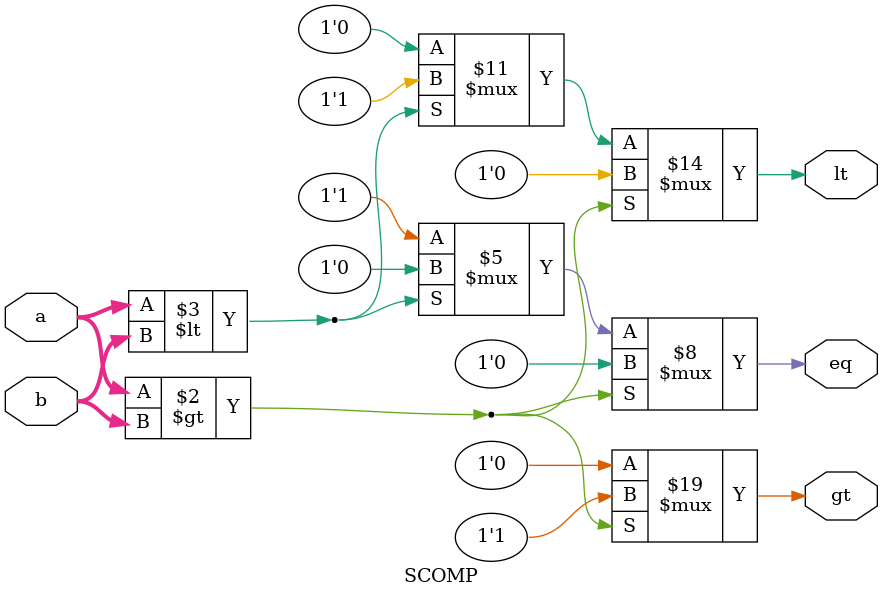
<source format=v>
`timescale 1ns / 1ps

module SCOMP #(parameter DATAWIDTH = 8)(a, b, gt, lt, eq);
    input [DATAWIDTH-1:0] a, b;
    output reg gt, lt, eq;
    
    always @(a, b) begin
        if (a > b) begin
            gt <= 1;
            lt <= 0;
            eq <= 0;
        end        
        else if (a < b) begin
            gt <= 0;
            lt <= 1;
            eq <= 0;
        end
        else begin
            gt <= 0;
            lt <= 0;
            eq <= 1;
        end 
    end
endmodule

</source>
